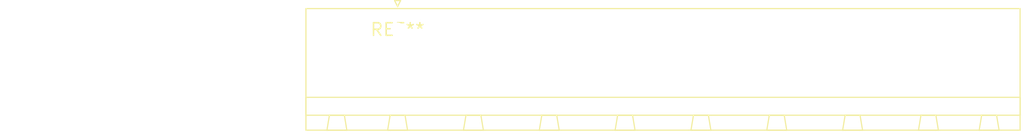
<source format=kicad_pcb>
(kicad_pcb (version 20240108) (generator pcbnew)
  (layers (0 "F.Cu" signal) (31 "B.Cu" signal) (34 "B.Paste" user) (35 "F.Paste" user) (36 "B.SilkS" user "B.Silkscreen") (37 "F.SilkS" user "F.Silkscreen") (38 "B.Mask" user) (39 "F.Mask" user) (44 "Edge.Cuts" user))
  (net 0 "")
  (footprint "PhoenixContact_GMSTB_2,5_8-GF-7,62_1x08_P7.62mm_Horizontal_ThreadedFlange" (layer "F.Cu") (at 0 0)
    (property "Reference" "REF**")
    (property "Value" "PhoenixContact_GMSTB_2,5_8-GF-7,62_1x08_P7.62mm_Horizontal_ThreadedFlange")
    (fp_line (start -9.21 -2.11) (end -9.21 10.11) (layer "F.SilkS") (stroke (width 0.12)))
    (fp_line (start -9.21 6.81) (end 62.55 6.81) (layer "F.SilkS") (stroke (width 0.12)))
    (fp_line (start -9.21 8.61) (end -9.21 6.81) (layer "F.SilkS") (stroke (width 0.12)))
    (fp_line (start -9.21 10.11) (end 62.55 10.11) (layer "F.SilkS") (stroke (width 0.12)))
    (fp_line (start -7.1 10.11) (end -5.1 10.11) (layer "F.SilkS") (stroke (width 0.12)))
    (fp_line (start -6.85 8.61) (end -7.1 10.11) (layer "F.SilkS") (stroke (width 0.12)))
    (fp_line (start -5.35 8.61) (end -6.85 8.61) (layer "F.SilkS") (stroke (width 0.12)))
    (fp_line (start -5.1 10.11) (end -5.35 8.61) (layer "F.SilkS") (stroke (width 0.12)))
    (fp_line (start -1 10.11) (end 1 10.11) (layer "F.SilkS") (stroke (width 0.12)))
    (fp_line (start -0.75 8.61) (end -1 10.11) (layer "F.SilkS") (stroke (width 0.12)))
    (fp_line (start -0.3 -2.91) (end 0.3 -2.91) (layer "F.SilkS") (stroke (width 0.12)))
    (fp_line (start 0 -2.31) (end -0.3 -2.91) (layer "F.SilkS") (stroke (width 0.12)))
    (fp_line (start 0.3 -2.91) (end 0 -2.31) (layer "F.SilkS") (stroke (width 0.12)))
    (fp_line (start 0.75 8.61) (end -0.75 8.61) (layer "F.SilkS") (stroke (width 0.12)))
    (fp_line (start 1 10.11) (end 0.75 8.61) (layer "F.SilkS") (stroke (width 0.12)))
    (fp_line (start 6.62 10.11) (end 8.62 10.11) (layer "F.SilkS") (stroke (width 0.12)))
    (fp_line (start 6.87 8.61) (end 6.62 10.11) (layer "F.SilkS") (stroke (width 0.12)))
    (fp_line (start 8.37 8.61) (end 6.87 8.61) (layer "F.SilkS") (stroke (width 0.12)))
    (fp_line (start 8.62 10.11) (end 8.37 8.61) (layer "F.SilkS") (stroke (width 0.12)))
    (fp_line (start 14.24 10.11) (end 16.24 10.11) (layer "F.SilkS") (stroke (width 0.12)))
    (fp_line (start 14.49 8.61) (end 14.24 10.11) (layer "F.SilkS") (stroke (width 0.12)))
    (fp_line (start 15.99 8.61) (end 14.49 8.61) (layer "F.SilkS") (stroke (width 0.12)))
    (fp_line (start 16.24 10.11) (end 15.99 8.61) (layer "F.SilkS") (stroke (width 0.12)))
    (fp_line (start 21.86 10.11) (end 23.86 10.11) (layer "F.SilkS") (stroke (width 0.12)))
    (fp_line (start 22.11 8.61) (end 21.86 10.11) (layer "F.SilkS") (stroke (width 0.12)))
    (fp_line (start 23.61 8.61) (end 22.11 8.61) (layer "F.SilkS") (stroke (width 0.12)))
    (fp_line (start 23.86 10.11) (end 23.61 8.61) (layer "F.SilkS") (stroke (width 0.12)))
    (fp_line (start 29.48 10.11) (end 31.48 10.11) (layer "F.SilkS") (stroke (width 0.12)))
    (fp_line (start 29.73 8.61) (end 29.48 10.11) (layer "F.SilkS") (stroke (width 0.12)))
    (fp_line (start 31.23 8.61) (end 29.73 8.61) (layer "F.SilkS") (stroke (width 0.12)))
    (fp_line (start 31.48 10.11) (end 31.23 8.61) (layer "F.SilkS") (stroke (width 0.12)))
    (fp_line (start 37.1 10.11) (end 39.1 10.11) (layer "F.SilkS") (stroke (width 0.12)))
    (fp_line (start 37.35 8.61) (end 37.1 10.11) (layer "F.SilkS") (stroke (width 0.12)))
    (fp_line (start 38.85 8.61) (end 37.35 8.61) (layer "F.SilkS") (stroke (width 0.12)))
    (fp_line (start 39.1 10.11) (end 38.85 8.61) (layer "F.SilkS") (stroke (width 0.12)))
    (fp_line (start 44.72 10.11) (end 46.72 10.11) (layer "F.SilkS") (stroke (width 0.12)))
    (fp_line (start 44.97 8.61) (end 44.72 10.11) (layer "F.SilkS") (stroke (width 0.12)))
    (fp_line (start 46.47 8.61) (end 44.97 8.61) (layer "F.SilkS") (stroke (width 0.12)))
    (fp_line (start 46.72 10.11) (end 46.47 8.61) (layer "F.SilkS") (stroke (width 0.12)))
    (fp_line (start 52.34 10.11) (end 54.34 10.11) (layer "F.SilkS") (stroke (width 0.12)))
    (fp_line (start 52.59 8.61) (end 52.34 10.11) (layer "F.SilkS") (stroke (width 0.12)))
    (fp_line (start 54.09 8.61) (end 52.59 8.61) (layer "F.SilkS") (stroke (width 0.12)))
    (fp_line (start 54.34 10.11) (end 54.09 8.61) (layer "F.SilkS") (stroke (width 0.12)))
    (fp_line (start 58.44 10.11) (end 60.44 10.11) (layer "F.SilkS") (stroke (width 0.12)))
    (fp_line (start 58.69 8.61) (end 58.44 10.11) (layer "F.SilkS") (stroke (width 0.12)))
    (fp_line (start 60.19 8.61) (end 58.69 8.61) (layer "F.SilkS") (stroke (width 0.12)))
    (fp_line (start 60.44 10.11) (end 60.19 8.61) (layer "F.SilkS") (stroke (width 0.12)))
    (fp_line (start 62.55 -2.11) (end -9.21 -2.11) (layer "F.SilkS") (stroke (width 0.12)))
    (fp_line (start 62.55 6.81) (end 62.55 8.61) (layer "F.SilkS") (stroke (width 0.12)))
    (fp_line (start 62.55 8.61) (end -9.21 8.61) (layer "F.SilkS") (stroke (width 0.12)))
    (fp_line (start 62.55 10.11) (end 62.55 -2.11) (layer "F.SilkS") (stroke (width 0.12)))
    (pad "1" thru_hole roundrect (at 0 0) (size 2.1 3.6) (drill 1.4) (layers *.Cu *.Mask) (remove_unused_layers) (roundrect_rratio 0.119048))
    (pad "2" thru_hole oval (at 7.62 0) (size 2.1 3.6) (drill 1.4) (layers *.Cu *.Mask) (remove_unused_layers))
    (pad "3" thru_hole oval (at 15.24 0) (size 2.1 3.6) (drill 1.4) (layers *.Cu *.Mask) (remove_unused_layers))
    (pad "4" thru_hole oval (at 22.86 0) (size 2.1 3.6) (drill 1.4) (layers *.Cu *.Mask) (remove_unused_layers))
    (pad "5" thru_hole oval (at 30.48 0) (size 2.1 3.6) (drill 1.4) (layers *.Cu *.Mask) (remove_unused_layers))
    (pad "6" thru_hole oval (at 38.1 0) (size 2.1 3.6) (drill 1.4) (layers *.Cu *.Mask) (remove_unused_layers))
    (pad "7" thru_hole oval (at 45.72 0) (size 2.1 3.6) (drill 1.4) (layers *.Cu *.Mask) (remove_unused_layers))
    (pad "8" thru_hole oval (at 53.34 0) (size 2.1 3.6) (drill 1.4) (layers *.Cu *.Mask) (remove_unused_layers))
  )
)
</source>
